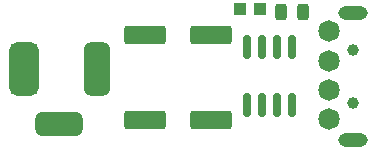
<source format=gbr>
%TF.GenerationSoftware,KiCad,Pcbnew,8.0.2-1*%
%TF.CreationDate,2024-09-02T18:13:03-04:00*%
%TF.ProjectId,usb-power,7573622d-706f-4776-9572-2e6b69636164,rev?*%
%TF.SameCoordinates,Original*%
%TF.FileFunction,Soldermask,Top*%
%TF.FilePolarity,Negative*%
%FSLAX46Y46*%
G04 Gerber Fmt 4.6, Leading zero omitted, Abs format (unit mm)*
G04 Created by KiCad (PCBNEW 8.0.2-1) date 2024-09-02 18:13:03*
%MOMM*%
%LPD*%
G01*
G04 APERTURE LIST*
G04 Aperture macros list*
%AMRoundRect*
0 Rectangle with rounded corners*
0 $1 Rounding radius*
0 $2 $3 $4 $5 $6 $7 $8 $9 X,Y pos of 4 corners*
0 Add a 4 corners polygon primitive as box body*
4,1,4,$2,$3,$4,$5,$6,$7,$8,$9,$2,$3,0*
0 Add four circle primitives for the rounded corners*
1,1,$1+$1,$2,$3*
1,1,$1+$1,$4,$5*
1,1,$1+$1,$6,$7*
1,1,$1+$1,$8,$9*
0 Add four rect primitives between the rounded corners*
20,1,$1+$1,$2,$3,$4,$5,0*
20,1,$1+$1,$4,$5,$6,$7,0*
20,1,$1+$1,$6,$7,$8,$9,0*
20,1,$1+$1,$8,$9,$2,$3,0*%
G04 Aperture macros list end*
%ADD10O,2.500000X1.200000*%
%ADD11C,1.000000*%
%ADD12C,1.824000*%
%ADD13RoundRect,0.562500X-0.562500X1.687500X-0.562500X-1.687500X0.562500X-1.687500X0.562500X1.687500X0*%
%ADD14RoundRect,0.500000X1.500000X0.500000X-1.500000X0.500000X-1.500000X-0.500000X1.500000X-0.500000X0*%
%ADD15RoundRect,0.625000X0.625000X-1.625000X0.625000X1.625000X-0.625000X1.625000X-0.625000X-1.625000X0*%
%ADD16RoundRect,0.243750X0.243750X0.456250X-0.243750X0.456250X-0.243750X-0.456250X0.243750X-0.456250X0*%
%ADD17RoundRect,0.250000X-1.500000X-0.550000X1.500000X-0.550000X1.500000X0.550000X-1.500000X0.550000X0*%
%ADD18R,1.000000X1.000000*%
%ADD19RoundRect,0.150000X0.150000X-0.825000X0.150000X0.825000X-0.150000X0.825000X-0.150000X-0.825000X0*%
G04 APERTURE END LIST*
D10*
%TO.C,J2*%
X166400000Y-98100000D03*
D11*
X166400000Y-94950000D03*
X166400000Y-90450000D03*
D10*
X166349200Y-87300000D03*
D12*
X164326400Y-88839200D03*
X164326400Y-91379200D03*
X164326400Y-93868400D03*
X164326400Y-96256000D03*
%TD*%
D13*
%TO.C,J1*%
X144706750Y-92031750D03*
D14*
X141506750Y-96731750D03*
D15*
X138506750Y-92031750D03*
%TD*%
D16*
%TO.C,D1*%
X162137500Y-87200000D03*
X160262500Y-87200000D03*
%TD*%
D17*
%TO.C,C4*%
X148800000Y-96400000D03*
X154400000Y-96400000D03*
%TD*%
D18*
%TO.C,R3*%
X158550000Y-87000000D03*
X156850000Y-87000000D03*
%TD*%
D19*
%TO.C,U3*%
X157390000Y-95150000D03*
X158660000Y-95150000D03*
X159930000Y-95150000D03*
X161200000Y-95150000D03*
X161200000Y-90200000D03*
X159930000Y-90200000D03*
X158660000Y-90200000D03*
X157390000Y-90200000D03*
%TD*%
D17*
%TO.C,C5*%
X148800000Y-89200000D03*
X154400000Y-89200000D03*
%TD*%
M02*

</source>
